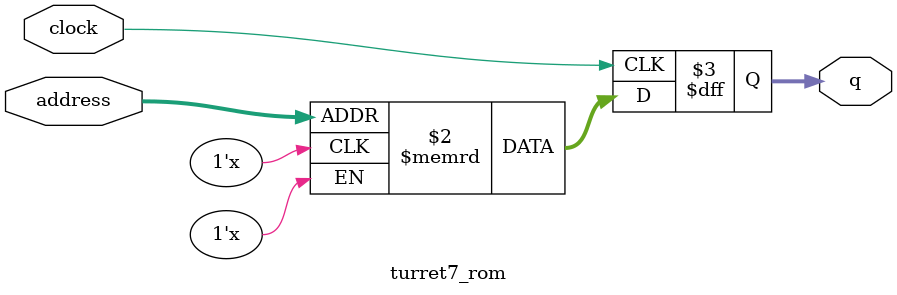
<source format=sv>
module turret7_rom (
	input logic clock,
	input logic [9:0] address,
	output logic [7:0] q
);

logic [7:0] memory [0:1023] /* synthesis ram_init_file = "./turret7/turret7.mif" */;

always_ff @ (posedge clock) begin
	q <= memory[address];
end

endmodule

</source>
